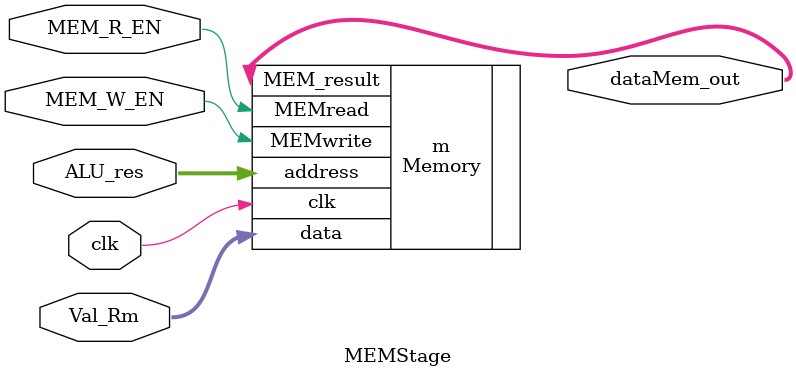
<source format=v>
module MEMStage (
  input clk, MEM_R_EN, MEM_W_EN,
  input [31:0] ALU_res, Val_Rm,
  output [31:0]  dataMem_out
  );
Memory m(.clk(clk), .MEMread(MEM_R_EN), .MEMwrite(MEM_W_EN), .address(ALU_res), .data(Val_Rm), .MEM_result(dataMem_out));
endmodule

</source>
